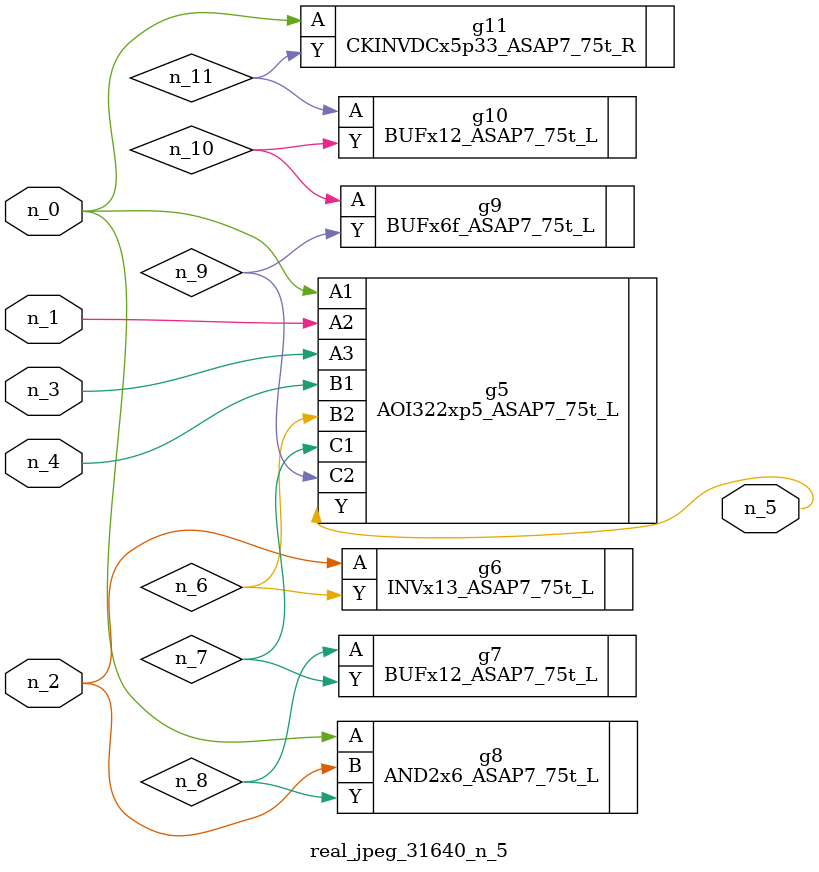
<source format=v>
module real_jpeg_31640_n_5 (n_4, n_0, n_1, n_2, n_3, n_5);

input n_4;
input n_0;
input n_1;
input n_2;
input n_3;

output n_5;

wire n_8;
wire n_11;
wire n_6;
wire n_7;
wire n_10;
wire n_9;

AOI322xp5_ASAP7_75t_L g5 ( 
.A1(n_0),
.A2(n_1),
.A3(n_3),
.B1(n_4),
.B2(n_6),
.C1(n_7),
.C2(n_9),
.Y(n_5)
);

AND2x6_ASAP7_75t_L g8 ( 
.A(n_0),
.B(n_2),
.Y(n_8)
);

CKINVDCx5p33_ASAP7_75t_R g11 ( 
.A(n_0),
.Y(n_11)
);

INVx13_ASAP7_75t_L g6 ( 
.A(n_2),
.Y(n_6)
);

BUFx12_ASAP7_75t_L g7 ( 
.A(n_8),
.Y(n_7)
);

BUFx6f_ASAP7_75t_L g9 ( 
.A(n_10),
.Y(n_9)
);

BUFx12_ASAP7_75t_L g10 ( 
.A(n_11),
.Y(n_10)
);


endmodule
</source>
